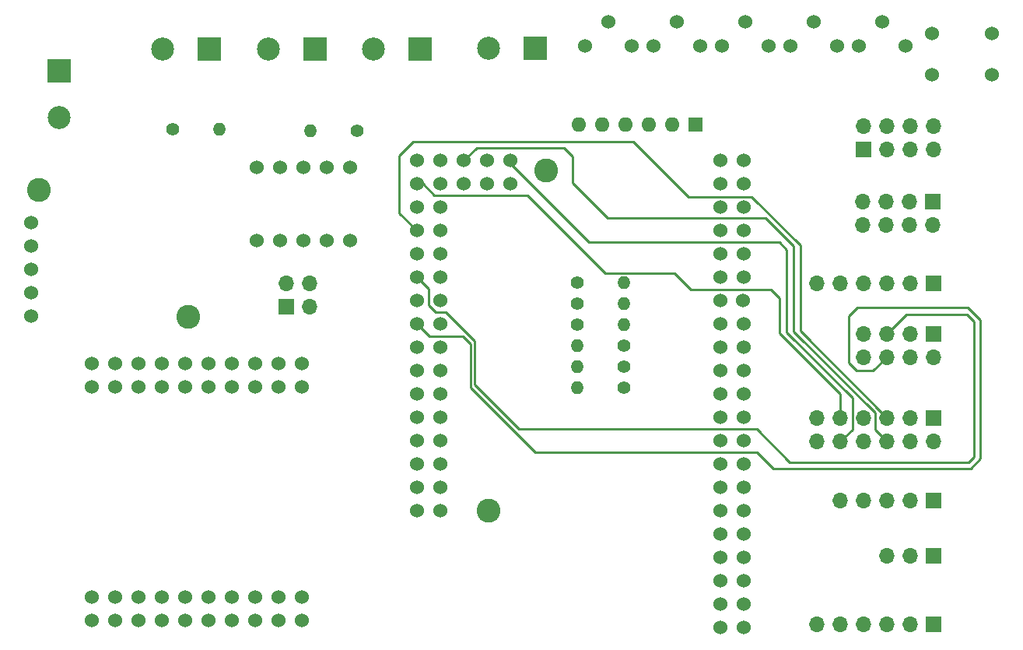
<source format=gbr>
%TF.GenerationSoftware,KiCad,Pcbnew,(6.0.0-0)*%
%TF.CreationDate,2022-02-24T11:08:07-05:00*%
%TF.ProjectId,LED_Controller_Without_Level_Shifter,4c45445f-436f-46e7-9472-6f6c6c65725f,1.0*%
%TF.SameCoordinates,Original*%
%TF.FileFunction,Copper,L3,Inr*%
%TF.FilePolarity,Positive*%
%FSLAX46Y46*%
G04 Gerber Fmt 4.6, Leading zero omitted, Abs format (unit mm)*
G04 Created by KiCad (PCBNEW (6.0.0-0)) date 2022-02-24 11:08:07*
%MOMM*%
%LPD*%
G01*
G04 APERTURE LIST*
%TA.AperFunction,ComponentPad*%
%ADD10R,2.500000X2.500000*%
%TD*%
%TA.AperFunction,ComponentPad*%
%ADD11C,2.500000*%
%TD*%
%TA.AperFunction,ComponentPad*%
%ADD12R,1.700000X1.700000*%
%TD*%
%TA.AperFunction,ComponentPad*%
%ADD13O,1.700000X1.700000*%
%TD*%
%TA.AperFunction,ComponentPad*%
%ADD14C,1.400000*%
%TD*%
%TA.AperFunction,ComponentPad*%
%ADD15O,1.400000X1.400000*%
%TD*%
%TA.AperFunction,ComponentPad*%
%ADD16R,1.600000X1.600000*%
%TD*%
%TA.AperFunction,ComponentPad*%
%ADD17O,1.600000X1.600000*%
%TD*%
%TA.AperFunction,ComponentPad*%
%ADD18C,1.524000*%
%TD*%
%TA.AperFunction,ComponentPad*%
%ADD19C,2.600000*%
%TD*%
%TA.AperFunction,Conductor*%
%ADD20C,0.250000*%
%TD*%
G04 APERTURE END LIST*
D10*
%TO.N,GND*%
%TO.C,J1*%
X93790000Y-70645000D03*
D11*
%TO.N,+12V*%
X93790000Y-75725000D03*
%TD*%
D10*
%TO.N,GND*%
%TO.C,J2*%
X110180000Y-68280000D03*
D11*
%TO.N,+5V*%
X105100000Y-68280000D03*
%TD*%
D10*
%TO.N,GND*%
%TO.C,J3*%
X133045000Y-68280000D03*
D11*
%TO.N,+5V*%
X127965000Y-68280000D03*
%TD*%
D10*
%TO.N,GND*%
%TO.C,J4*%
X121615000Y-68254000D03*
D11*
%TO.N,+5V*%
X116535000Y-68254000D03*
%TD*%
D12*
%TO.N,GND*%
%TO.C,J5*%
X188930000Y-99250000D03*
D13*
X188930000Y-101790000D03*
%TO.N,+5V*%
X186390000Y-99250000D03*
X186390000Y-101790000D03*
%TO.N,LDP_CLOCK*%
X183850000Y-99250000D03*
%TO.N,MAINT_CLOCK*%
X183850000Y-101790000D03*
%TO.N,/H-R1_LD*%
X181310000Y-99250000D03*
%TO.N,/H-R2-MD*%
X181310000Y-101790000D03*
%TD*%
D12*
%TO.N,GND*%
%TO.C,J6*%
X189000000Y-108380000D03*
D13*
X189000000Y-110920000D03*
%TO.N,+5V*%
X186460000Y-108380000D03*
X186460000Y-110920000D03*
%TO.N,CS1_CLOCK*%
X183920000Y-108380000D03*
%TO.N,VU1_CLOCK*%
X183920000Y-110920000D03*
%TO.N,/H-R3_C1D*%
X181380000Y-108380000D03*
%TO.N,/H-R4_V1D*%
X181380000Y-110920000D03*
%TO.N,CS2_CLOCK*%
X178840000Y-108380000D03*
%TO.N,VU2_CLOCK*%
X178840000Y-110920000D03*
%TO.N,/H-R5_C2D*%
X176300000Y-108380000D03*
%TO.N,/H-R6_V2D*%
X176300000Y-110920000D03*
%TD*%
D12*
%TO.N,GND*%
%TO.C,J7*%
X188976000Y-117334000D03*
D13*
%TO.N,+5V*%
X186436000Y-117334000D03*
%TO.N,DP_LOAD*%
X183896000Y-117334000D03*
%TO.N,DP_CLOCK*%
X181356000Y-117334000D03*
%TO.N,DP_DATA_IN*%
X178816000Y-117334000D03*
%TD*%
D12*
%TO.N,GND*%
%TO.C,J8*%
X188976000Y-130810000D03*
D13*
%TO.N,+5V*%
X186436000Y-130810000D03*
%TO.N,VU_STROBE*%
X183896000Y-130810000D03*
%TO.N,VU_RESET*%
X181356000Y-130810000D03*
%TO.N,SPECTRUM_LEFT*%
X178816000Y-130810000D03*
%TO.N,SPECTRUM_RIGHT*%
X176276000Y-130810000D03*
%TD*%
D12*
%TO.N,+5V*%
%TO.C,J9*%
X181320000Y-79145000D03*
D13*
X181320000Y-76605000D03*
%TO.N,GND*%
X183860000Y-79145000D03*
X183860000Y-76605000D03*
%TO.N,SCL*%
X186400000Y-79145000D03*
X186400000Y-76605000D03*
%TO.N,SDA*%
X188940000Y-79145000D03*
X188940000Y-76605000D03*
%TD*%
D12*
%TO.N,GND*%
%TO.C,J10*%
X188920000Y-84885000D03*
D13*
X188920000Y-87425000D03*
%TO.N,+5V*%
X186380000Y-84885000D03*
X186380000Y-87425000D03*
%TO.N,TX1*%
X183840000Y-84885000D03*
%TO.N,TX0*%
X183840000Y-87425000D03*
%TO.N,RX1*%
X181300000Y-84885000D03*
%TO.N,RX0*%
X181300000Y-87425000D03*
%TD*%
D12*
%TO.N,GND*%
%TO.C,J11*%
X188951000Y-93751000D03*
D13*
%TO.N,OE*%
X186411000Y-93751000D03*
%TO.N,SCL*%
X183871000Y-93751000D03*
%TO.N,SDA*%
X181331000Y-93751000D03*
%TO.N,+5V*%
X178791000Y-93751000D03*
X176251000Y-93751000D03*
%TD*%
D14*
%TO.N,/H-R2-MD*%
%TO.C,R2*%
X155290000Y-102822000D03*
D15*
%TO.N,MAINT_DATA*%
X150210000Y-102822000D03*
%TD*%
D14*
%TO.N,/H-R3_C1D*%
%TO.C,R3*%
X155290000Y-100534000D03*
D15*
%TO.N,CS1_DATA*%
X150210000Y-100534000D03*
%TD*%
D14*
%TO.N,CS2_DATA*%
%TO.C,R4*%
X150210000Y-98246000D03*
D15*
%TO.N,/H-R5_C2D*%
X155290000Y-98246000D03*
%TD*%
D14*
%TO.N,VU1_DATA*%
%TO.C,R5*%
X150210000Y-95958000D03*
D15*
%TO.N,/H-R4_V1D*%
X155290000Y-95958000D03*
%TD*%
D14*
%TO.N,VU2_DATA*%
%TO.C,R6*%
X150210000Y-93670000D03*
D15*
%TO.N,/H-R6_V2D*%
X155290000Y-93670000D03*
%TD*%
D16*
%TO.N,GND*%
%TO.C,RN1*%
X163068000Y-76454000D03*
D17*
%TO.N,JUMPER1*%
X160528000Y-76454000D03*
%TO.N,JUMPER2*%
X157988000Y-76454000D03*
%TO.N,JUMPER3*%
X155448000Y-76454000D03*
%TO.N,JUMPER4*%
X152908000Y-76454000D03*
%TO.N,JUMPER5*%
X150368000Y-76454000D03*
%TD*%
D18*
%TO.N,unconnected-(U1-Pad0)*%
%TO.C,U1*%
X90780000Y-87130000D03*
%TO.N,+12V*%
X90780000Y-89670000D03*
%TO.N,GND*%
X90780000Y-92210000D03*
X90780000Y-94750000D03*
%TO.N,+5V*%
X90780000Y-97290000D03*
D19*
%TO.N,N/C*%
X107838800Y-97361200D03*
X91610000Y-83600000D03*
%TD*%
D18*
%TO.N,unconnected-(U2-Pad0)*%
%TO.C,U2*%
X105015400Y-130406600D03*
%TO.N,unconnected-(U2-Pad1)*%
X120205400Y-127866600D03*
%TO.N,unconnected-(U2-Pad2)*%
X102475400Y-130406600D03*
%TO.N,unconnected-(U2-Pad3)*%
X117715400Y-127866600D03*
%TO.N,unconnected-(U2-Pad4)*%
X107555400Y-130406600D03*
%TO.N,unconnected-(U2-Pad5)*%
X105015400Y-105000600D03*
%TO.N,unconnected-(U2-Pad18)*%
X112635400Y-105000600D03*
%TO.N,unconnected-(U2-Pad19)*%
X110095400Y-105000600D03*
%TO.N,unconnected-(U2-Pad21)*%
X112635400Y-127866600D03*
%TO.N,unconnected-(U2-Pad22)*%
X115175400Y-127866600D03*
%TO.N,unconnected-(U2-Pad23)*%
X107555400Y-105000600D03*
%TO.N,unconnected-(U2-Pad25)*%
X107555400Y-127866600D03*
%TO.N,unconnected-(U2-Pad26)*%
X115175400Y-105000600D03*
%TO.N,unconnected-(U2-Pad27)*%
X110095400Y-127866600D03*
%TO.N,unconnected-(U2-Pad32)*%
X112635400Y-130406600D03*
%TO.N,unconnected-(U2-Pad33)*%
X110095400Y-102460600D03*
%TO.N,unconnected-(U2-Pad34)*%
X107555400Y-102460600D03*
%TO.N,unconnected-(U2-Pad35)*%
X112635400Y-102460600D03*
%TO.N,unconnected-(U2-Pad39)*%
X115175400Y-102460600D03*
%TO.N,GND*%
X105015400Y-127866600D03*
X120255400Y-130406600D03*
X120255400Y-102460600D03*
%TO.N,+5V*%
X102475400Y-127866600D03*
%TO.N,3.3V*%
X102475400Y-105000600D03*
%TO.N,unconnected-(U2-Pad80)*%
X99935400Y-127866600D03*
%TO.N,unconnected-(U2-Pad81)*%
X97395400Y-127866600D03*
%TO.N,unconnected-(U2-Pad82)*%
X110095400Y-130406600D03*
%TO.N,unconnected-(U2-Pad83)*%
X99935400Y-130406600D03*
%TO.N,unconnected-(U2-Pad84)*%
X97395400Y-130406600D03*
%TO.N,unconnected-(U2-Pad85)*%
X120255400Y-105000600D03*
%TO.N,unconnected-(U2-Pad86)*%
X117715400Y-105000600D03*
%TO.N,unconnected-(U2-Pad87)*%
X99935400Y-105000600D03*
%TO.N,unconnected-(U2-Pad88)*%
X97395400Y-105000600D03*
%TO.N,unconnected-(U2-Pad89)*%
X117715400Y-102460600D03*
%TO.N,unconnected-(U2-Pad90)*%
X105015400Y-102460600D03*
%TO.N,unconnected-(U2-Pad91)*%
X102475400Y-102460600D03*
%TO.N,unconnected-(U2-Pad92)*%
X99935400Y-102460600D03*
%TO.N,unconnected-(U2-Pad93)*%
X97395400Y-102460600D03*
%TO.N,ESP_LOGIC_RX*%
X115175400Y-130406600D03*
%TO.N,ESP_LOGIC_TX*%
X117715400Y-130406600D03*
%TD*%
D14*
%TO.N,/H-R1_LD*%
%TO.C,R1*%
X155290000Y-105110000D03*
D15*
%TO.N,LDP_DATA*%
X150210000Y-105110000D03*
%TD*%
D18*
%TO.N,JUMPER5*%
%TO.C,SW1*%
X125476000Y-89091000D03*
%TO.N,JUMPER4*%
X122936000Y-89091000D03*
%TO.N,JUMPER3*%
X120396000Y-89091000D03*
%TO.N,JUMPER2*%
X117856000Y-89091000D03*
%TO.N,JUMPER1*%
X115316000Y-89091000D03*
%TO.N,+5V*%
X115316000Y-81089000D03*
X117856000Y-81089000D03*
X120396000Y-81089000D03*
X122936000Y-81089000D03*
X125476000Y-81089000D03*
%TD*%
%TO.N,GND*%
%TO.C,SW2*%
X188820000Y-71020000D03*
%TO.N,RESET*%
X188820000Y-66520000D03*
%TO.N,GND*%
X195320000Y-71020000D03*
%TO.N,RESET*%
X195320000Y-66520000D03*
%TD*%
%TO.N,TX0*%
%TO.C,U4*%
X165770000Y-118470000D03*
%TO.N,RX0*%
X168310000Y-118470000D03*
%TO.N,OE*%
X165770000Y-115930000D03*
%TO.N,DP_DATA_IN*%
X168310000Y-115930000D03*
%TO.N,DP_CLOCK*%
X165780000Y-113390000D03*
%TO.N,DP_LOAD*%
X168310000Y-113390000D03*
%TO.N,unconnected-(U4-Pad6)*%
X165770000Y-110850000D03*
%TO.N,unconnected-(U4-Pad7)*%
X168310000Y-110850000D03*
%TO.N,unconnected-(U4-Pad8)*%
X165770000Y-108310000D03*
%TO.N,unconnected-(U4-Pad9)*%
X168310000Y-108310000D03*
%TO.N,unconnected-(U4-Pad10)*%
X165770000Y-105770000D03*
%TO.N,unconnected-(U4-Pad11)*%
X168310000Y-105770000D03*
%TO.N,VU_STROBE*%
X165770000Y-103230000D03*
%TO.N,VU_RESET*%
X168310000Y-103230000D03*
%TO.N,unconnected-(U4-Pad14)*%
X165770000Y-100690000D03*
%TO.N,unconnected-(U4-Pad15)*%
X168310000Y-100690000D03*
%TO.N,LOGIC_2560_RX*%
X165770000Y-98150000D03*
%TO.N,LOGIC_2560_TX*%
X168310000Y-98150000D03*
%TO.N,TX1*%
X165780000Y-95610000D03*
%TO.N,RX1*%
X168230000Y-95610000D03*
%TO.N,SDA*%
X165780000Y-93070000D03*
%TO.N,SCL*%
X168310000Y-93070000D03*
%TO.N,unconnected-(U4-Pad22)*%
X165770000Y-90530000D03*
%TO.N,unconnected-(U4-Pad23)*%
X168310000Y-90530000D03*
%TO.N,unconnected-(U4-Pad24)*%
X165770000Y-87990000D03*
%TO.N,unconnected-(U4-Pad25)*%
X168310000Y-87990000D03*
%TO.N,unconnected-(U4-Pad26)*%
X165770000Y-85450000D03*
%TO.N,unconnected-(U4-Pad27)*%
X168310000Y-85450000D03*
%TO.N,unconnected-(U4-Pad28)*%
X165770000Y-82910000D03*
%TO.N,unconnected-(U4-Pad29)*%
X168310000Y-82910000D03*
%TO.N,MAINT_DATA*%
X165770000Y-80370000D03*
%TO.N,unconnected-(U4-Pad31)*%
X168310000Y-80370000D03*
%TO.N,MAINT_CLOCK*%
X132750000Y-98150000D03*
%TO.N,unconnected-(U4-Pad33)*%
X135290000Y-98150000D03*
%TO.N,LDP_DATA*%
X132750000Y-95610000D03*
%TO.N,unconnected-(U4-Pad35)*%
X135290000Y-95610000D03*
%TO.N,LDP_CLOCK*%
X132750000Y-93070000D03*
%TO.N,unconnected-(U4-Pad37)*%
X135290000Y-93070000D03*
%TO.N,CS1_DATA*%
X132750000Y-90530000D03*
%TO.N,unconnected-(U4-Pad39)*%
X135290000Y-90530000D03*
%TO.N,CS1_CLOCK*%
X132750000Y-87990000D03*
%TO.N,unconnected-(U4-Pad41)*%
X135290000Y-87990000D03*
%TO.N,CS2_DATA*%
X132750000Y-85450000D03*
%TO.N,unconnected-(U4-Pad43)*%
X135290000Y-85450000D03*
%TO.N,CS2_CLOCK*%
X132750000Y-82910000D03*
%TO.N,JUMPER5*%
X135290000Y-82910000D03*
%TO.N,VU1_DATA*%
X132750000Y-80370000D03*
%TO.N,JUMPER4*%
X135290000Y-80370000D03*
%TO.N,VU1_CLOCK*%
X137840000Y-80370000D03*
%TO.N,JUMPER3*%
X137830000Y-82910000D03*
%TO.N,VU2_DATA*%
X140370000Y-80370000D03*
%TO.N,JUMPER2*%
X140370000Y-82910000D03*
%TO.N,VU2_CLOCK*%
X142910000Y-80370000D03*
%TO.N,JUMPER1*%
X142910000Y-82910000D03*
%TO.N,GND*%
X168310000Y-128630000D03*
X165770000Y-128630000D03*
%TO.N,+5V*%
X165770000Y-131170000D03*
X168310000Y-131170000D03*
%TO.N,unconnected-(U4-Pad72)*%
X165770000Y-126090000D03*
%TO.N,unconnected-(U4-Pad73)*%
X168310000Y-126090000D03*
%TO.N,unconnected-(U4-Pad74)*%
X168310000Y-123550000D03*
%TO.N,unconnected-(U4-Pad75)*%
X165770000Y-123550000D03*
D19*
%TO.N,N/C*%
X146820000Y-81440000D03*
X140530000Y-118470000D03*
D18*
%TO.N,unconnected-(U4-Pad104)*%
X165770000Y-121010000D03*
%TO.N,RESET*%
X168310000Y-121010000D03*
%TO.N,SPECTRUM_LEFT*%
X132750000Y-118470000D03*
%TO.N,SPECTRUM_RIGHT*%
X135290000Y-118470000D03*
%TO.N,TRIM1*%
X132750000Y-115930000D03*
%TO.N,TRIM2*%
X135290000Y-115930000D03*
%TO.N,TRIM3*%
X132750000Y-113390000D03*
%TO.N,TRIM4*%
X135290000Y-113390000D03*
%TO.N,TRIM5*%
X132750000Y-110850000D03*
%TO.N,BATTERY_LEVEL*%
X135290000Y-110850000D03*
%TO.N,EXT_MIC*%
X132750000Y-108310000D03*
%TO.N,unconnected-(U4-Pad209)*%
X135290000Y-108310000D03*
%TO.N,unconnected-(U4-Pad210)*%
X132750000Y-105770000D03*
%TO.N,unconnected-(U4-Pad211)*%
X135290000Y-105770000D03*
%TO.N,unconnected-(U4-Pad212)*%
X132750000Y-103230000D03*
%TO.N,unconnected-(U4-Pad213)*%
X135290000Y-103230000D03*
%TO.N,unconnected-(U4-Pad214)*%
X132750000Y-100690000D03*
%TO.N,unconnected-(U4-Pad215)*%
X135290000Y-100690000D03*
%TD*%
%TO.N,GND*%
%TO.C,RV1*%
X156140000Y-67935000D03*
%TO.N,TRIM1*%
X153600000Y-65325000D03*
%TO.N,+5V*%
X151060000Y-67935000D03*
%TD*%
%TO.N,GND*%
%TO.C,RV2*%
X171015000Y-67935000D03*
%TO.N,TRIM3*%
X168475000Y-65325000D03*
%TO.N,+5V*%
X165935000Y-67935000D03*
%TD*%
%TO.N,GND*%
%TO.C,RV3*%
X185890000Y-67935000D03*
%TO.N,TRIM5*%
X183350000Y-65325000D03*
%TO.N,+5V*%
X180810000Y-67935000D03*
%TD*%
%TO.N,GND*%
%TO.C,RV4*%
X163577500Y-67935000D03*
%TO.N,TRIM2*%
X161037500Y-65325000D03*
%TO.N,+5V*%
X158497500Y-67935000D03*
%TD*%
%TO.N,GND*%
%TO.C,RV5*%
X178452500Y-67935000D03*
%TO.N,TRIM4*%
X175912500Y-65325000D03*
%TO.N,+5V*%
X173372500Y-67935000D03*
%TD*%
D12*
%TO.N,ESP_LOGIC_RX*%
%TO.C,J13*%
X118545000Y-96315000D03*
D13*
%TO.N,ESP_LOGIC_TX*%
X118545000Y-93775000D03*
%TO.N,LOGIC_2560_RX*%
X121085000Y-96315000D03*
%TO.N,LOGIC_2560_TX*%
X121085000Y-93775000D03*
%TD*%
D12*
%TO.N,GND*%
%TO.C,J13*%
X188975000Y-123340000D03*
D13*
%TO.N,+5V*%
X186435000Y-123340000D03*
%TO.N,EXT_MIC*%
X183895000Y-123340000D03*
%TD*%
D14*
%TO.N,BATTERY_LEVEL*%
%TO.C,R7*%
X106172000Y-76962000D03*
D15*
%TO.N,POS*%
X111252000Y-76962000D03*
%TD*%
D14*
%TO.N,NEG*%
%TO.C,R8*%
X126238000Y-77140000D03*
D15*
%TO.N,BATTERY_LEVEL*%
X121158000Y-77140000D03*
%TD*%
D10*
%TO.N,POS*%
%TO.C,J12*%
X145625000Y-68170000D03*
D11*
%TO.N,NEG*%
X140545000Y-68170000D03*
%TD*%
D20*
%TO.N,MAINT_CLOCK*%
X145610000Y-112110000D02*
X138550000Y-105050000D01*
X169750000Y-112110000D02*
X145610000Y-112110000D01*
X194050000Y-97740000D02*
X194050000Y-112820000D01*
X138550000Y-105050000D02*
X138550000Y-100370000D01*
X179730000Y-102410000D02*
X179730000Y-97330000D01*
X179730000Y-97330000D02*
X180710000Y-96350000D01*
X134130000Y-99530000D02*
X132750000Y-98150000D01*
X183850000Y-101790000D02*
X182380000Y-103260000D01*
X192990000Y-113880000D02*
X171520000Y-113880000D01*
X137710000Y-99530000D02*
X134130000Y-99530000D01*
X192660000Y-96350000D02*
X194050000Y-97740000D01*
X138550000Y-100370000D02*
X137710000Y-99530000D01*
X194050000Y-112820000D02*
X192990000Y-113880000D01*
X171520000Y-113880000D02*
X169750000Y-112110000D01*
X182380000Y-103260000D02*
X180580000Y-103260000D01*
X180580000Y-103260000D02*
X179730000Y-102410000D01*
X180710000Y-96350000D02*
X192660000Y-96350000D01*
%TO.N,LDP_CLOCK*%
X183850000Y-99250000D02*
X186000000Y-97100000D01*
X134030000Y-96100000D02*
X134030000Y-94350000D01*
X139030000Y-100020000D02*
X135850000Y-96840000D01*
X169720000Y-109610000D02*
X143870000Y-109610000D01*
X134030000Y-94350000D02*
X132750000Y-93070000D01*
X193350000Y-112580000D02*
X192740000Y-113190000D01*
X173300000Y-113190000D02*
X169720000Y-109610000D01*
X134770000Y-96840000D02*
X134030000Y-96100000D01*
X139030000Y-104770000D02*
X139030000Y-100020000D01*
X143870000Y-109610000D02*
X139030000Y-104770000D01*
X192740000Y-113190000D02*
X173300000Y-113190000D01*
X135850000Y-96840000D02*
X134770000Y-96840000D01*
X193350000Y-97880000D02*
X193350000Y-112580000D01*
X192570000Y-97100000D02*
X193350000Y-97880000D01*
X186000000Y-97100000D02*
X192570000Y-97100000D01*
%TO.N,VU1_CLOCK*%
X148710000Y-78980000D02*
X149640000Y-79910000D01*
X139230000Y-78980000D02*
X148710000Y-78980000D01*
X149640000Y-82790000D02*
X153480000Y-86630000D01*
X170700000Y-86630000D02*
X173760000Y-89690000D01*
X149640000Y-79910000D02*
X149640000Y-82790000D01*
X182630000Y-107830000D02*
X182630000Y-109630000D01*
X173760000Y-89690000D02*
X173760000Y-98960000D01*
X182630000Y-109630000D02*
X183920000Y-110920000D01*
X137840000Y-80370000D02*
X139230000Y-78980000D01*
X153480000Y-86630000D02*
X170700000Y-86630000D01*
X173760000Y-98960000D02*
X182630000Y-107830000D01*
%TO.N,VU2_CLOCK*%
X172990000Y-99090000D02*
X180120000Y-106220000D01*
X142910000Y-80370000D02*
X142910000Y-80740000D01*
X151450000Y-89280000D02*
X172170000Y-89280000D01*
X172170000Y-89280000D02*
X172990000Y-90100000D01*
X180120000Y-106220000D02*
X180120000Y-109640000D01*
X142910000Y-80740000D02*
X151450000Y-89280000D01*
X180120000Y-109640000D02*
X178840000Y-110920000D01*
X172990000Y-90100000D02*
X172990000Y-99090000D01*
%TO.N,CS2_CLOCK*%
X134636462Y-84160000D02*
X144760000Y-84160000D01*
X171260000Y-94380000D02*
X172220000Y-95340000D01*
X162510000Y-94380000D02*
X171260000Y-94380000D01*
X153216511Y-92616511D02*
X160746511Y-92616511D01*
X144760000Y-84160000D02*
X153216511Y-92616511D01*
X172220000Y-95340000D02*
X172220000Y-99150000D01*
X160746511Y-92616511D02*
X162510000Y-94380000D01*
X132750000Y-82910000D02*
X133386462Y-82910000D01*
X133386462Y-82910000D02*
X134636462Y-84160000D01*
X172220000Y-99150000D02*
X178840000Y-105770000D01*
X178840000Y-105770000D02*
X178840000Y-108380000D01*
%TO.N,CS1_CLOCK*%
X156300000Y-78340000D02*
X162260000Y-84300000D01*
X130840000Y-79840000D02*
X132340000Y-78340000D01*
X132340000Y-78340000D02*
X156300000Y-78340000D01*
X174470000Y-89610000D02*
X174470000Y-98930000D01*
X130840000Y-86080000D02*
X130840000Y-79840000D01*
X162260000Y-84300000D02*
X169160000Y-84300000D01*
X132750000Y-87990000D02*
X130840000Y-86080000D01*
X169160000Y-84300000D02*
X174470000Y-89610000D01*
X174470000Y-98930000D02*
X183920000Y-108380000D01*
%TD*%
M02*

</source>
